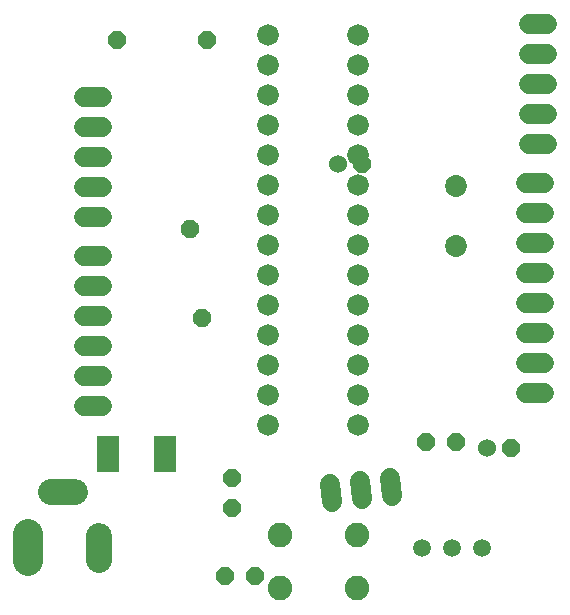
<source format=gbr>
G04 EAGLE Gerber RS-274X export*
G75*
%MOMM*%
%FSLAX34Y34*%
%LPD*%
%INSoldermask Bottom*%
%IPPOS*%
%AMOC8*
5,1,8,0,0,1.08239X$1,22.5*%
G01*
%ADD10P,1.649562X8X112.500000*%
%ADD11P,1.649562X8X22.500000*%
%ADD12C,1.524000*%
%ADD13P,1.649562X8X299.900000*%
%ADD14C,2.203200*%
%ADD15C,2.503200*%
%ADD16C,1.727200*%
%ADD17C,2.082800*%
%ADD18C,1.511200*%
%ADD19C,1.828800*%
%ADD20C,1.854200*%
%ADD21R,1.879600X3.098800*%


D10*
X210900Y104500D03*
X210900Y129900D03*
D11*
X320760Y395600D03*
D12*
X300440Y395600D03*
D11*
X113300Y500700D03*
X189500Y500700D03*
X446960Y155600D03*
D12*
X426640Y155600D03*
D13*
X175293Y340583D03*
X185107Y265017D03*
D11*
X204700Y47200D03*
X230100Y47200D03*
X374900Y160700D03*
X400300Y160700D03*
D14*
X98200Y80800D02*
X98200Y60800D01*
X77720Y117790D02*
X57720Y117790D01*
D15*
X38510Y82300D02*
X38510Y59300D01*
D16*
X85980Y350900D02*
X101220Y350900D01*
X101220Y376300D02*
X85980Y376300D01*
X85980Y401700D02*
X101220Y401700D01*
X101220Y427100D02*
X85980Y427100D01*
X85980Y452500D02*
X101220Y452500D01*
X101220Y190600D02*
X85980Y190600D01*
X85980Y216000D02*
X101220Y216000D01*
X101220Y241400D02*
X85980Y241400D01*
X85980Y266800D02*
X101220Y266800D01*
X101220Y292200D02*
X85980Y292200D01*
X85980Y317600D02*
X101220Y317600D01*
X459480Y202000D02*
X474720Y202000D01*
X474720Y227400D02*
X459480Y227400D01*
X459480Y252800D02*
X474720Y252800D01*
X474720Y278200D02*
X459480Y278200D01*
X459480Y303600D02*
X474720Y303600D01*
X474720Y329000D02*
X459480Y329000D01*
X459480Y354400D02*
X474720Y354400D01*
X474720Y379800D02*
X459480Y379800D01*
X462280Y514000D02*
X477520Y514000D01*
X477520Y488600D02*
X462280Y488600D01*
X462280Y463200D02*
X477520Y463200D01*
X477520Y437800D02*
X462280Y437800D01*
X462280Y412400D02*
X477520Y412400D01*
D17*
X251588Y82006D03*
X316612Y82006D03*
X251588Y36794D03*
X316612Y36794D03*
D18*
X371400Y70800D03*
X396800Y70800D03*
X422200Y70800D03*
D19*
X317600Y174700D03*
X317600Y200100D03*
X317600Y225500D03*
X317600Y250900D03*
X317600Y276300D03*
X317600Y301700D03*
X317600Y327100D03*
X317600Y352500D03*
X317600Y377900D03*
X317600Y403300D03*
X317600Y428700D03*
X317600Y454100D03*
X317600Y479500D03*
X317600Y504900D03*
X241400Y504900D03*
X241400Y479500D03*
X241400Y454100D03*
X241400Y428700D03*
X241400Y403300D03*
X241400Y377900D03*
X241400Y352500D03*
X241400Y327100D03*
X241400Y301700D03*
X241400Y276300D03*
X241400Y250900D03*
X241400Y225500D03*
X241400Y200100D03*
X241400Y174700D03*
D20*
X400600Y326300D03*
X400600Y377100D03*
D21*
X153876Y150000D03*
X106124Y150000D03*
D16*
X293969Y125060D02*
X295482Y109895D01*
X320757Y112418D02*
X319243Y127582D01*
X344518Y130105D02*
X346031Y114940D01*
M02*

</source>
